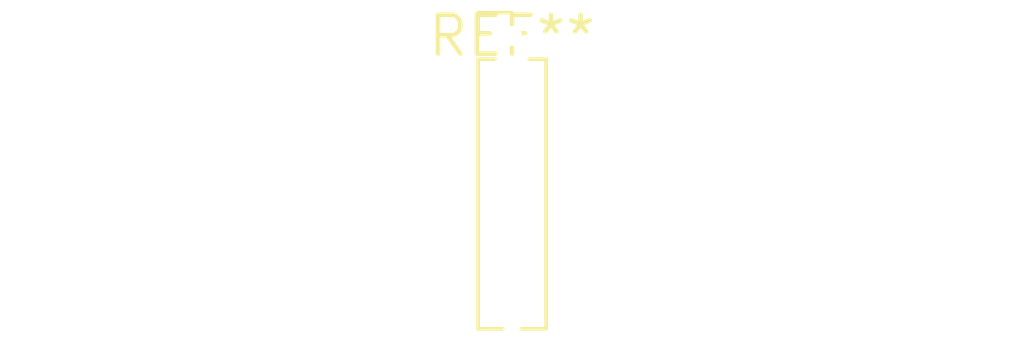
<source format=kicad_pcb>
(kicad_pcb (version 20240108) (generator pcbnew)
  (layers (0 "F.Cu" signal) (31 "B.Cu" signal) (34 "B.Paste" user) (35 "F.Paste" user) (36 "B.SilkS" user "B.Silkscreen") (37 "F.SilkS" user "F.Silkscreen") (38 "B.Mask" user) (39 "F.Mask" user) (44 "Edge.Cuts" user))
  (net 0 "")
  (footprint "PinHeader_1x08_P1.27mm_Vertical" (layer "F.Cu") (at 0 0)
    (property "Reference" "REF**")
    (property "Value" "PinHeader_1x08_P1.27mm_Vertical")
    (fp_line (start -1.11 -0.76) (end 0 -0.76) (layer "F.SilkS") (stroke (width 0.12)))
    (fp_line (start -1.11 0) (end -1.11 -0.76) (layer "F.SilkS") (stroke (width 0.12)))
    (fp_line (start -1.11 0.76) (end -1.11 9.585) (layer "F.SilkS") (stroke (width 0.12)))
    (fp_line (start -1.11 0.76) (end -0.563471 0.76) (layer "F.SilkS") (stroke (width 0.12)))
    (fp_line (start -1.11 9.585) (end -0.30753 9.585) (layer "F.SilkS") (stroke (width 0.12)))
    (fp_line (start 0.30753 9.585) (end 1.11 9.585) (layer "F.SilkS") (stroke (width 0.12)))
    (fp_line (start 0.563471 0.76) (end 1.11 0.76) (layer "F.SilkS") (stroke (width 0.12)))
    (fp_line (start 1.11 0.76) (end 1.11 9.585) (layer "F.SilkS") (stroke (width 0.12)))
    (pad "1" thru_hole rect (at 0 0) (size 1 1) (drill 0.65) (layers *.Cu *.Mask) (remove_unused_layers))
    (pad "2" thru_hole oval (at 0 1.27) (size 1 1) (drill 0.65) (layers *.Cu *.Mask) (remove_unused_layers))
    (pad "3" thru_hole oval (at 0 2.54) (size 1 1) (drill 0.65) (layers *.Cu *.Mask) (remove_unused_layers))
    (pad "4" thru_hole oval (at 0 3.81) (size 1 1) (drill 0.65) (layers *.Cu *.Mask) (remove_unused_layers))
    (pad "5" thru_hole oval (at 0 5.08) (size 1 1) (drill 0.65) (layers *.Cu *.Mask) (remove_unused_layers))
    (pad "6" thru_hole oval (at 0 6.35) (size 1 1) (drill 0.65) (layers *.Cu *.Mask) (remove_unused_layers))
    (pad "7" thru_hole oval (at 0 7.62) (size 1 1) (drill 0.65) (layers *.Cu *.Mask) (remove_unused_layers))
    (pad "8" thru_hole oval (at 0 8.89) (size 1 1) (drill 0.65) (layers *.Cu *.Mask) (remove_unused_layers))
  )
)
</source>
